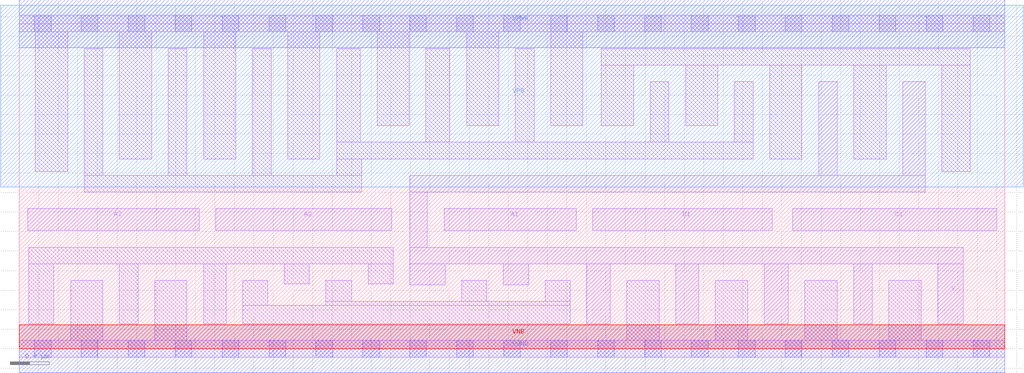
<source format=lef>
# Copyright 2020 The SkyWater PDK Authors
#
# Licensed under the Apache License, Version 2.0 (the "License");
# you may not use this file except in compliance with the License.
# You may obtain a copy of the License at
#
#     https://www.apache.org/licenses/LICENSE-2.0
#
# Unless required by applicable law or agreed to in writing, software
# distributed under the License is distributed on an "AS IS" BASIS,
# WITHOUT WARRANTIES OR CONDITIONS OF ANY KIND, either express or implied.
# See the License for the specific language governing permissions and
# limitations under the License.
#
# SPDX-License-Identifier: Apache-2.0

VERSION 5.7 ;
  NOWIREEXTENSIONATPIN ON ;
  DIVIDERCHAR "/" ;
  BUSBITCHARS "[]" ;
MACRO sky130_fd_sc_lp__a311oi_4
  CLASS CORE ;
  FOREIGN sky130_fd_sc_lp__a311oi_4 ;
  ORIGIN  0.000000  0.000000 ;
  SIZE  10.08000 BY  3.330000 ;
  SYMMETRY X Y R90 ;
  SITE unit ;
  PIN A1
    ANTENNAGATEAREA  1.260000 ;
    DIRECTION INPUT ;
    USE SIGNAL ;
    PORT
      LAYER li1 ;
        RECT 4.345000 1.210000 5.695000 1.435000 ;
    END
  END A1
  PIN A2
    ANTENNAGATEAREA  1.260000 ;
    DIRECTION INPUT ;
    USE SIGNAL ;
    PORT
      LAYER li1 ;
        RECT 2.010000 1.210000 3.810000 1.435000 ;
    END
  END A2
  PIN A3
    ANTENNAGATEAREA  1.260000 ;
    DIRECTION INPUT ;
    USE SIGNAL ;
    PORT
      LAYER li1 ;
        RECT 0.085000 1.210000 1.840000 1.435000 ;
    END
  END A3
  PIN B1
    ANTENNAGATEAREA  1.260000 ;
    DIRECTION INPUT ;
    USE SIGNAL ;
    PORT
      LAYER li1 ;
        RECT 5.865000 1.210000 7.700000 1.435000 ;
    END
  END B1
  PIN C1
    ANTENNAGATEAREA  1.260000 ;
    DIRECTION INPUT ;
    USE SIGNAL ;
    PORT
      LAYER li1 ;
        RECT 7.910000 1.210000 9.995000 1.435000 ;
    END
  END C1
  PIN Y
    ANTENNADIFFAREA  2.335200 ;
    DIRECTION OUTPUT ;
    USE SIGNAL ;
    PORT
      LAYER li1 ;
        RECT 3.995000 0.655000 4.355000 0.870000 ;
        RECT 3.995000 0.870000 9.655000 1.040000 ;
        RECT 3.995000 1.040000 4.175000 1.605000 ;
        RECT 3.995000 1.605000 9.265000 1.775000 ;
        RECT 4.950000 0.655000 5.210000 0.870000 ;
        RECT 5.805000 0.255000 6.045000 0.870000 ;
        RECT 6.715000 0.255000 6.950000 0.870000 ;
        RECT 7.620000 0.255000 7.865000 0.870000 ;
        RECT 8.175000 1.775000 8.365000 2.735000 ;
        RECT 8.535000 0.255000 8.725000 0.870000 ;
        RECT 9.035000 1.775000 9.265000 2.735000 ;
        RECT 9.395000 0.255000 9.655000 0.870000 ;
    END
  END Y
  PIN VGND
    DIRECTION INOUT ;
    USE GROUND ;
    PORT
      LAYER met1 ;
        RECT 0.000000 -0.245000 10.080000 0.245000 ;
    END
  END VGND
  PIN VNB
    DIRECTION INOUT ;
    USE GROUND ;
    PORT
      LAYER pwell ;
        RECT 0.000000 0.000000 10.080000 0.245000 ;
    END
  END VNB
  PIN VPB
    DIRECTION INOUT ;
    USE POWER ;
    PORT
      LAYER nwell ;
        RECT -0.190000 1.655000 10.270000 3.520000 ;
    END
  END VPB
  PIN VPWR
    DIRECTION INOUT ;
    USE POWER ;
    PORT
      LAYER met1 ;
        RECT 0.000000 3.085000 10.080000 3.575000 ;
    END
  END VPWR
  OBS
    LAYER li1 ;
      RECT 0.000000 -0.085000 10.080000 0.085000 ;
      RECT 0.000000  3.245000 10.080000 3.415000 ;
      RECT 0.095000  0.255000  0.355000 0.870000 ;
      RECT 0.095000  0.870000  3.825000 1.040000 ;
      RECT 0.165000  1.815000  0.495000 3.245000 ;
      RECT 0.525000  0.085000  0.855000 0.700000 ;
      RECT 0.665000  1.605000  3.505000 1.775000 ;
      RECT 0.665000  1.775000  0.855000 3.075000 ;
      RECT 1.025000  0.255000  1.215000 0.870000 ;
      RECT 1.025000  1.945000  1.355000 3.245000 ;
      RECT 1.385000  0.085000  1.715000 0.700000 ;
      RECT 1.525000  1.775000  1.715000 3.075000 ;
      RECT 1.885000  0.255000  2.115000 0.870000 ;
      RECT 1.885000  1.945000  2.215000 3.245000 ;
      RECT 2.285000  0.255000  5.635000 0.445000 ;
      RECT 2.285000  0.445000  2.540000 0.700000 ;
      RECT 2.385000  1.775000  2.575000 3.075000 ;
      RECT 2.710000  0.665000  2.965000 0.870000 ;
      RECT 2.745000  1.945000  3.075000 3.245000 ;
      RECT 3.135000  0.445000  5.635000 0.485000 ;
      RECT 3.135000  0.485000  3.400000 0.700000 ;
      RECT 3.245000  1.775000  3.505000 1.945000 ;
      RECT 3.245000  1.945000  7.505000 2.115000 ;
      RECT 3.245000  2.115000  3.490000 3.075000 ;
      RECT 3.570000  0.665000  3.825000 0.870000 ;
      RECT 3.660000  2.285000  3.990000 3.245000 ;
      RECT 4.160000  2.115000  4.405000 3.075000 ;
      RECT 4.525000  0.485000  4.780000 0.700000 ;
      RECT 4.575000  2.285000  4.905000 3.245000 ;
      RECT 5.075000  2.115000  5.265000 3.075000 ;
      RECT 5.380000  0.485000  5.635000 0.700000 ;
      RECT 5.435000  2.285000  5.765000 3.245000 ;
      RECT 5.955000  2.285000  6.285000 2.905000 ;
      RECT 5.955000  2.905000  9.725000 3.075000 ;
      RECT 6.215000  0.085000  6.545000 0.700000 ;
      RECT 6.455000  2.115000  6.645000 2.735000 ;
      RECT 6.815000  2.285000  7.145000 2.905000 ;
      RECT 7.120000  0.085000  7.450000 0.700000 ;
      RECT 7.315000  2.115000  7.505000 2.735000 ;
      RECT 7.675000  1.945000  8.005000 2.905000 ;
      RECT 8.035000  0.085000  8.365000 0.700000 ;
      RECT 8.535000  1.945000  8.865000 2.905000 ;
      RECT 8.895000  0.085000  9.225000 0.700000 ;
      RECT 9.435000  1.815000  9.725000 2.905000 ;
    LAYER mcon ;
      RECT 0.155000 -0.085000 0.325000 0.085000 ;
      RECT 0.155000  3.245000 0.325000 3.415000 ;
      RECT 0.635000 -0.085000 0.805000 0.085000 ;
      RECT 0.635000  3.245000 0.805000 3.415000 ;
      RECT 1.115000 -0.085000 1.285000 0.085000 ;
      RECT 1.115000  3.245000 1.285000 3.415000 ;
      RECT 1.595000 -0.085000 1.765000 0.085000 ;
      RECT 1.595000  3.245000 1.765000 3.415000 ;
      RECT 2.075000 -0.085000 2.245000 0.085000 ;
      RECT 2.075000  3.245000 2.245000 3.415000 ;
      RECT 2.555000 -0.085000 2.725000 0.085000 ;
      RECT 2.555000  3.245000 2.725000 3.415000 ;
      RECT 3.035000 -0.085000 3.205000 0.085000 ;
      RECT 3.035000  3.245000 3.205000 3.415000 ;
      RECT 3.515000 -0.085000 3.685000 0.085000 ;
      RECT 3.515000  3.245000 3.685000 3.415000 ;
      RECT 3.995000 -0.085000 4.165000 0.085000 ;
      RECT 3.995000  3.245000 4.165000 3.415000 ;
      RECT 4.475000 -0.085000 4.645000 0.085000 ;
      RECT 4.475000  3.245000 4.645000 3.415000 ;
      RECT 4.955000 -0.085000 5.125000 0.085000 ;
      RECT 4.955000  3.245000 5.125000 3.415000 ;
      RECT 5.435000 -0.085000 5.605000 0.085000 ;
      RECT 5.435000  3.245000 5.605000 3.415000 ;
      RECT 5.915000 -0.085000 6.085000 0.085000 ;
      RECT 5.915000  3.245000 6.085000 3.415000 ;
      RECT 6.395000 -0.085000 6.565000 0.085000 ;
      RECT 6.395000  3.245000 6.565000 3.415000 ;
      RECT 6.875000 -0.085000 7.045000 0.085000 ;
      RECT 6.875000  3.245000 7.045000 3.415000 ;
      RECT 7.355000 -0.085000 7.525000 0.085000 ;
      RECT 7.355000  3.245000 7.525000 3.415000 ;
      RECT 7.835000 -0.085000 8.005000 0.085000 ;
      RECT 7.835000  3.245000 8.005000 3.415000 ;
      RECT 8.315000 -0.085000 8.485000 0.085000 ;
      RECT 8.315000  3.245000 8.485000 3.415000 ;
      RECT 8.795000 -0.085000 8.965000 0.085000 ;
      RECT 8.795000  3.245000 8.965000 3.415000 ;
      RECT 9.275000 -0.085000 9.445000 0.085000 ;
      RECT 9.275000  3.245000 9.445000 3.415000 ;
      RECT 9.755000 -0.085000 9.925000 0.085000 ;
      RECT 9.755000  3.245000 9.925000 3.415000 ;
  END
END sky130_fd_sc_lp__a311oi_4
END LIBRARY

</source>
